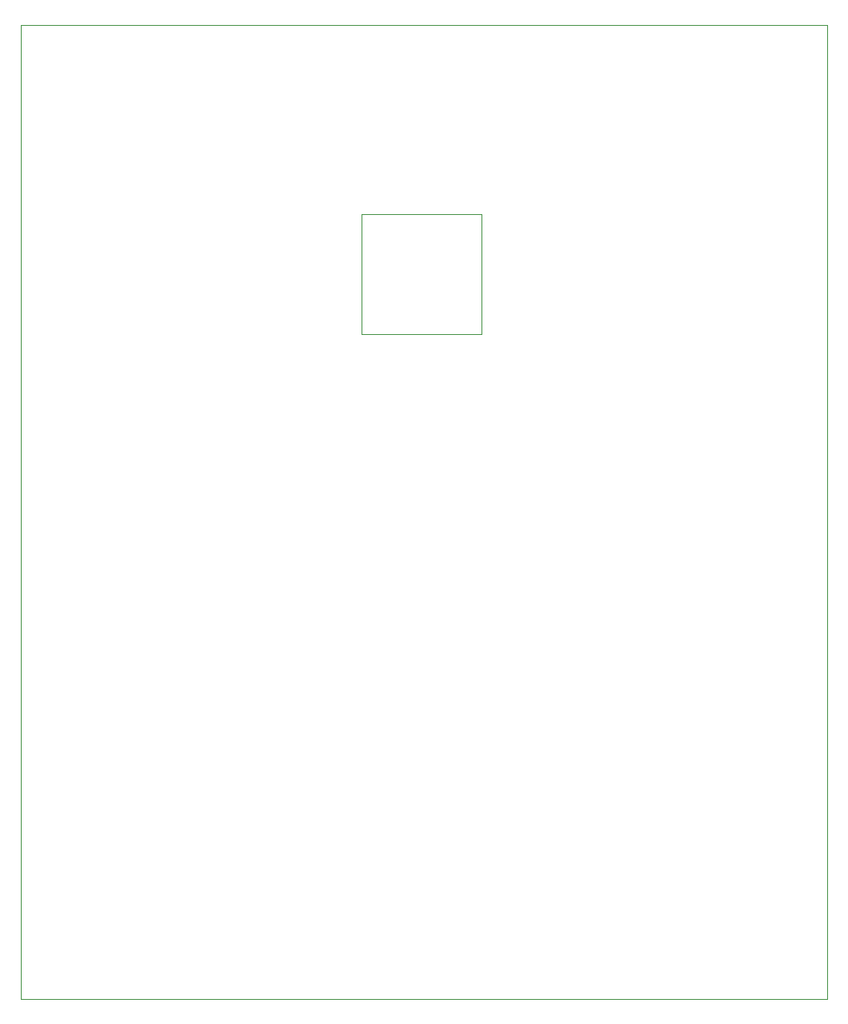
<source format=gm1>
%TF.GenerationSoftware,KiCad,Pcbnew,(6.0.5)*%
%TF.CreationDate,2022-07-09T16:18:47-07:00*%
%TF.ProjectId,solar-panel-side-Y-minus,736f6c61-722d-4706-916e-656c2d736964,rev?*%
%TF.SameCoordinates,Original*%
%TF.FileFunction,Profile,NP*%
%FSLAX46Y46*%
G04 Gerber Fmt 4.6, Leading zero omitted, Abs format (unit mm)*
G04 Created by KiCad (PCBNEW (6.0.5)) date 2022-07-09 16:18:47*
%MOMM*%
%LPD*%
G01*
G04 APERTURE LIST*
%TA.AperFunction,Profile*%
%ADD10C,0.100000*%
%TD*%
G04 APERTURE END LIST*
D10*
X188350000Y-146714000D02*
X106350000Y-146714000D01*
X106350000Y-47714000D02*
X188350000Y-47714000D01*
X106350000Y-146714000D02*
X106350000Y-47714000D01*
X188350000Y-47714000D02*
X188350000Y-146714000D01*
X141020000Y-66930000D02*
X153220000Y-66930000D01*
X153220000Y-79130000D02*
X153220000Y-66930000D01*
X141020000Y-79130000D02*
X153220000Y-79130000D01*
X141020000Y-79130000D02*
X141020000Y-66930000D01*
M02*

</source>
